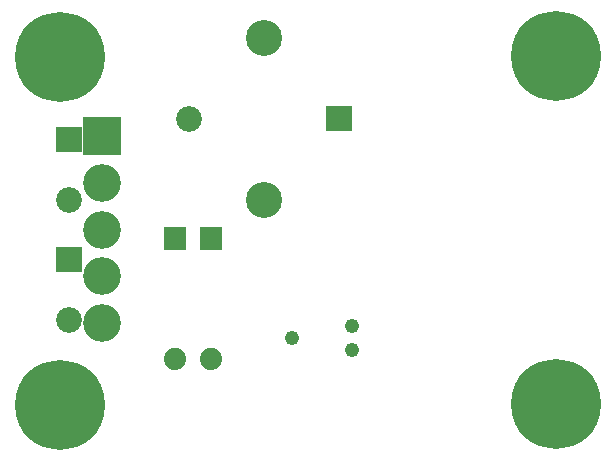
<source format=gbr>
G04 start of page 8 for group -4062 idx -4062 *
G04 Title: (unknown), soldermask *
G04 Creator: pcb 4.0.2 *
G04 CreationDate: Thu Oct 28 15:11:31 2021 UTC *
G04 For: ndholmes *
G04 Format: Gerber/RS-274X *
G04 PCB-Dimensions (mil): 2000.00 1500.00 *
G04 PCB-Coordinate-Origin: lower left *
%MOIN*%
%FSLAX25Y25*%
%LNBOTTOMMASK*%
%ADD66C,0.0740*%
%ADD65C,0.0860*%
%ADD64C,0.1260*%
%ADD63C,0.0490*%
%ADD62C,0.1200*%
%ADD61C,0.2997*%
%ADD60C,0.0001*%
G54D60*G36*
X105700Y116800D02*Y108200D01*
X114300D01*
Y116800D01*
X105700D01*
G37*
G54D61*X182500Y133500D03*
G54D62*X85000Y139500D03*
G54D63*X94500Y39500D03*
X114500Y43500D03*
Y35500D03*
G54D61*X182500Y17500D03*
G54D64*X31000Y75500D03*
Y59900D03*
Y44300D03*
G54D60*G36*
X24700Y113000D02*Y100400D01*
X37300D01*
Y113000D01*
X24700D01*
G37*
G54D64*X31000Y91100D03*
G54D60*G36*
X15700Y109800D02*Y101200D01*
X24300D01*
Y109800D01*
X15700D01*
G37*
G54D65*X20000Y85500D03*
G54D61*X17000Y133000D03*
G54D60*G36*
X15700Y69800D02*Y61200D01*
X24300D01*
Y69800D01*
X15700D01*
G37*
G54D65*X20000Y45500D03*
G54D61*X17000Y17000D03*
G54D66*X67500Y32500D03*
X55500D03*
G54D65*X60000Y112500D03*
G54D62*X85000Y85500D03*
G54D60*G36*
X63800Y76200D02*Y68800D01*
X71200D01*
Y76200D01*
X63800D01*
G37*
G36*
X51800D02*Y68800D01*
X59200D01*
Y76200D01*
X51800D01*
G37*
M02*

</source>
